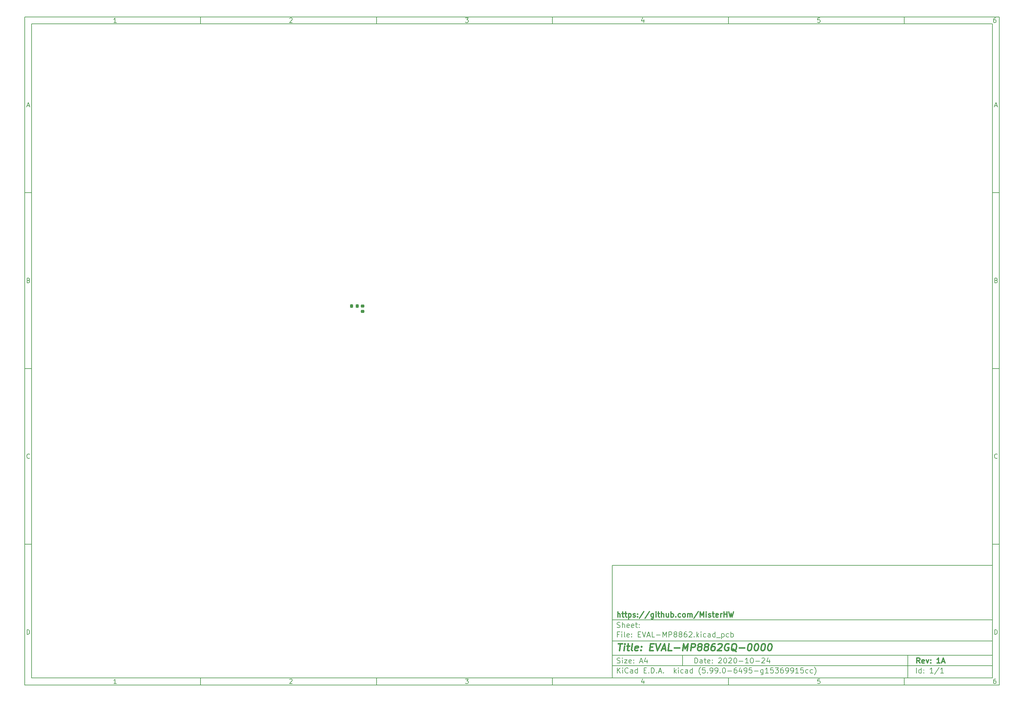
<source format=gbr>
G04 #@! TF.GenerationSoftware,KiCad,Pcbnew,(5.99.0-6495-g15369915cc)*
G04 #@! TF.CreationDate,2020-10-24T18:43:56+02:00*
G04 #@! TF.ProjectId,EVAL-MP8862,4556414c-2d4d-4503-9838-36322e6b6963,1A*
G04 #@! TF.SameCoordinates,Original*
G04 #@! TF.FileFunction,Paste,Bot*
G04 #@! TF.FilePolarity,Positive*
%FSLAX46Y46*%
G04 Gerber Fmt 4.6, Leading zero omitted, Abs format (unit mm)*
G04 Created by KiCad (PCBNEW (5.99.0-6495-g15369915cc)) date 2020-10-24 18:43:56*
%MOMM*%
%LPD*%
G01*
G04 APERTURE LIST*
G04 Aperture macros list*
%AMRoundRect*
0 Rectangle with rounded corners*
0 $1 Rounding radius*
0 $2 $3 $4 $5 $6 $7 $8 $9 X,Y pos of 4 corners*
0 Add a 4 corners polygon primitive as box body*
4,1,4,$2,$3,$4,$5,$6,$7,$8,$9,$2,$3,0*
0 Add four circle primitives for the rounded corners*
1,1,$1+$1,$2,$3,0*
1,1,$1+$1,$4,$5,0*
1,1,$1+$1,$6,$7,0*
1,1,$1+$1,$8,$9,0*
0 Add four rect primitives between the rounded corners*
20,1,$1+$1,$2,$3,$4,$5,0*
20,1,$1+$1,$4,$5,$6,$7,0*
20,1,$1+$1,$6,$7,$8,$9,0*
20,1,$1+$1,$8,$9,$2,$3,0*%
G04 Aperture macros list end*
%ADD10C,0.100000*%
%ADD11C,0.150000*%
%ADD12C,0.300000*%
%ADD13C,0.400000*%
%ADD14RoundRect,0.218750X0.218750X0.256250X-0.218750X0.256250X-0.218750X-0.256250X0.218750X-0.256250X0*%
%ADD15RoundRect,0.218750X0.256250X-0.218750X0.256250X0.218750X-0.256250X0.218750X-0.256250X-0.218750X0*%
G04 APERTURE END LIST*
D10*
D11*
X177002200Y-166007200D02*
X177002200Y-198007200D01*
X285002200Y-198007200D01*
X285002200Y-166007200D01*
X177002200Y-166007200D01*
D10*
D11*
X10000000Y-10000000D02*
X10000000Y-200007200D01*
X287002200Y-200007200D01*
X287002200Y-10000000D01*
X10000000Y-10000000D01*
D10*
D11*
X12000000Y-12000000D02*
X12000000Y-198007200D01*
X285002200Y-198007200D01*
X285002200Y-12000000D01*
X12000000Y-12000000D01*
D10*
D11*
X60000000Y-12000000D02*
X60000000Y-10000000D01*
D10*
D11*
X110000000Y-12000000D02*
X110000000Y-10000000D01*
D10*
D11*
X160000000Y-12000000D02*
X160000000Y-10000000D01*
D10*
D11*
X210000000Y-12000000D02*
X210000000Y-10000000D01*
D10*
D11*
X260000000Y-12000000D02*
X260000000Y-10000000D01*
D10*
D11*
X36065476Y-11588095D02*
X35322619Y-11588095D01*
X35694047Y-11588095D02*
X35694047Y-10288095D01*
X35570238Y-10473809D01*
X35446428Y-10597619D01*
X35322619Y-10659523D01*
D10*
D11*
X85322619Y-10411904D02*
X85384523Y-10350000D01*
X85508333Y-10288095D01*
X85817857Y-10288095D01*
X85941666Y-10350000D01*
X86003571Y-10411904D01*
X86065476Y-10535714D01*
X86065476Y-10659523D01*
X86003571Y-10845238D01*
X85260714Y-11588095D01*
X86065476Y-11588095D01*
D10*
D11*
X135260714Y-10288095D02*
X136065476Y-10288095D01*
X135632142Y-10783333D01*
X135817857Y-10783333D01*
X135941666Y-10845238D01*
X136003571Y-10907142D01*
X136065476Y-11030952D01*
X136065476Y-11340476D01*
X136003571Y-11464285D01*
X135941666Y-11526190D01*
X135817857Y-11588095D01*
X135446428Y-11588095D01*
X135322619Y-11526190D01*
X135260714Y-11464285D01*
D10*
D11*
X185941666Y-10721428D02*
X185941666Y-11588095D01*
X185632142Y-10226190D02*
X185322619Y-11154761D01*
X186127380Y-11154761D01*
D10*
D11*
X236003571Y-10288095D02*
X235384523Y-10288095D01*
X235322619Y-10907142D01*
X235384523Y-10845238D01*
X235508333Y-10783333D01*
X235817857Y-10783333D01*
X235941666Y-10845238D01*
X236003571Y-10907142D01*
X236065476Y-11030952D01*
X236065476Y-11340476D01*
X236003571Y-11464285D01*
X235941666Y-11526190D01*
X235817857Y-11588095D01*
X235508333Y-11588095D01*
X235384523Y-11526190D01*
X235322619Y-11464285D01*
D10*
D11*
X285941666Y-10288095D02*
X285694047Y-10288095D01*
X285570238Y-10350000D01*
X285508333Y-10411904D01*
X285384523Y-10597619D01*
X285322619Y-10845238D01*
X285322619Y-11340476D01*
X285384523Y-11464285D01*
X285446428Y-11526190D01*
X285570238Y-11588095D01*
X285817857Y-11588095D01*
X285941666Y-11526190D01*
X286003571Y-11464285D01*
X286065476Y-11340476D01*
X286065476Y-11030952D01*
X286003571Y-10907142D01*
X285941666Y-10845238D01*
X285817857Y-10783333D01*
X285570238Y-10783333D01*
X285446428Y-10845238D01*
X285384523Y-10907142D01*
X285322619Y-11030952D01*
D10*
D11*
X60000000Y-198007200D02*
X60000000Y-200007200D01*
D10*
D11*
X110000000Y-198007200D02*
X110000000Y-200007200D01*
D10*
D11*
X160000000Y-198007200D02*
X160000000Y-200007200D01*
D10*
D11*
X210000000Y-198007200D02*
X210000000Y-200007200D01*
D10*
D11*
X260000000Y-198007200D02*
X260000000Y-200007200D01*
D10*
D11*
X36065476Y-199595295D02*
X35322619Y-199595295D01*
X35694047Y-199595295D02*
X35694047Y-198295295D01*
X35570238Y-198481009D01*
X35446428Y-198604819D01*
X35322619Y-198666723D01*
D10*
D11*
X85322619Y-198419104D02*
X85384523Y-198357200D01*
X85508333Y-198295295D01*
X85817857Y-198295295D01*
X85941666Y-198357200D01*
X86003571Y-198419104D01*
X86065476Y-198542914D01*
X86065476Y-198666723D01*
X86003571Y-198852438D01*
X85260714Y-199595295D01*
X86065476Y-199595295D01*
D10*
D11*
X135260714Y-198295295D02*
X136065476Y-198295295D01*
X135632142Y-198790533D01*
X135817857Y-198790533D01*
X135941666Y-198852438D01*
X136003571Y-198914342D01*
X136065476Y-199038152D01*
X136065476Y-199347676D01*
X136003571Y-199471485D01*
X135941666Y-199533390D01*
X135817857Y-199595295D01*
X135446428Y-199595295D01*
X135322619Y-199533390D01*
X135260714Y-199471485D01*
D10*
D11*
X185941666Y-198728628D02*
X185941666Y-199595295D01*
X185632142Y-198233390D02*
X185322619Y-199161961D01*
X186127380Y-199161961D01*
D10*
D11*
X236003571Y-198295295D02*
X235384523Y-198295295D01*
X235322619Y-198914342D01*
X235384523Y-198852438D01*
X235508333Y-198790533D01*
X235817857Y-198790533D01*
X235941666Y-198852438D01*
X236003571Y-198914342D01*
X236065476Y-199038152D01*
X236065476Y-199347676D01*
X236003571Y-199471485D01*
X235941666Y-199533390D01*
X235817857Y-199595295D01*
X235508333Y-199595295D01*
X235384523Y-199533390D01*
X235322619Y-199471485D01*
D10*
D11*
X285941666Y-198295295D02*
X285694047Y-198295295D01*
X285570238Y-198357200D01*
X285508333Y-198419104D01*
X285384523Y-198604819D01*
X285322619Y-198852438D01*
X285322619Y-199347676D01*
X285384523Y-199471485D01*
X285446428Y-199533390D01*
X285570238Y-199595295D01*
X285817857Y-199595295D01*
X285941666Y-199533390D01*
X286003571Y-199471485D01*
X286065476Y-199347676D01*
X286065476Y-199038152D01*
X286003571Y-198914342D01*
X285941666Y-198852438D01*
X285817857Y-198790533D01*
X285570238Y-198790533D01*
X285446428Y-198852438D01*
X285384523Y-198914342D01*
X285322619Y-199038152D01*
D10*
D11*
X10000000Y-60000000D02*
X12000000Y-60000000D01*
D10*
D11*
X10000000Y-110000000D02*
X12000000Y-110000000D01*
D10*
D11*
X10000000Y-160000000D02*
X12000000Y-160000000D01*
D10*
D11*
X10690476Y-35216666D02*
X11309523Y-35216666D01*
X10566666Y-35588095D02*
X11000000Y-34288095D01*
X11433333Y-35588095D01*
D10*
D11*
X11092857Y-84907142D02*
X11278571Y-84969047D01*
X11340476Y-85030952D01*
X11402380Y-85154761D01*
X11402380Y-85340476D01*
X11340476Y-85464285D01*
X11278571Y-85526190D01*
X11154761Y-85588095D01*
X10659523Y-85588095D01*
X10659523Y-84288095D01*
X11092857Y-84288095D01*
X11216666Y-84350000D01*
X11278571Y-84411904D01*
X11340476Y-84535714D01*
X11340476Y-84659523D01*
X11278571Y-84783333D01*
X11216666Y-84845238D01*
X11092857Y-84907142D01*
X10659523Y-84907142D01*
D10*
D11*
X11402380Y-135464285D02*
X11340476Y-135526190D01*
X11154761Y-135588095D01*
X11030952Y-135588095D01*
X10845238Y-135526190D01*
X10721428Y-135402380D01*
X10659523Y-135278571D01*
X10597619Y-135030952D01*
X10597619Y-134845238D01*
X10659523Y-134597619D01*
X10721428Y-134473809D01*
X10845238Y-134350000D01*
X11030952Y-134288095D01*
X11154761Y-134288095D01*
X11340476Y-134350000D01*
X11402380Y-134411904D01*
D10*
D11*
X10659523Y-185588095D02*
X10659523Y-184288095D01*
X10969047Y-184288095D01*
X11154761Y-184350000D01*
X11278571Y-184473809D01*
X11340476Y-184597619D01*
X11402380Y-184845238D01*
X11402380Y-185030952D01*
X11340476Y-185278571D01*
X11278571Y-185402380D01*
X11154761Y-185526190D01*
X10969047Y-185588095D01*
X10659523Y-185588095D01*
D10*
D11*
X287002200Y-60000000D02*
X285002200Y-60000000D01*
D10*
D11*
X287002200Y-110000000D02*
X285002200Y-110000000D01*
D10*
D11*
X287002200Y-160000000D02*
X285002200Y-160000000D01*
D10*
D11*
X285692676Y-35216666D02*
X286311723Y-35216666D01*
X285568866Y-35588095D02*
X286002200Y-34288095D01*
X286435533Y-35588095D01*
D10*
D11*
X286095057Y-84907142D02*
X286280771Y-84969047D01*
X286342676Y-85030952D01*
X286404580Y-85154761D01*
X286404580Y-85340476D01*
X286342676Y-85464285D01*
X286280771Y-85526190D01*
X286156961Y-85588095D01*
X285661723Y-85588095D01*
X285661723Y-84288095D01*
X286095057Y-84288095D01*
X286218866Y-84350000D01*
X286280771Y-84411904D01*
X286342676Y-84535714D01*
X286342676Y-84659523D01*
X286280771Y-84783333D01*
X286218866Y-84845238D01*
X286095057Y-84907142D01*
X285661723Y-84907142D01*
D10*
D11*
X286404580Y-135464285D02*
X286342676Y-135526190D01*
X286156961Y-135588095D01*
X286033152Y-135588095D01*
X285847438Y-135526190D01*
X285723628Y-135402380D01*
X285661723Y-135278571D01*
X285599819Y-135030952D01*
X285599819Y-134845238D01*
X285661723Y-134597619D01*
X285723628Y-134473809D01*
X285847438Y-134350000D01*
X286033152Y-134288095D01*
X286156961Y-134288095D01*
X286342676Y-134350000D01*
X286404580Y-134411904D01*
D10*
D11*
X285661723Y-185588095D02*
X285661723Y-184288095D01*
X285971247Y-184288095D01*
X286156961Y-184350000D01*
X286280771Y-184473809D01*
X286342676Y-184597619D01*
X286404580Y-184845238D01*
X286404580Y-185030952D01*
X286342676Y-185278571D01*
X286280771Y-185402380D01*
X286156961Y-185526190D01*
X285971247Y-185588095D01*
X285661723Y-185588095D01*
D10*
D11*
X200434342Y-193785771D02*
X200434342Y-192285771D01*
X200791485Y-192285771D01*
X201005771Y-192357200D01*
X201148628Y-192500057D01*
X201220057Y-192642914D01*
X201291485Y-192928628D01*
X201291485Y-193142914D01*
X201220057Y-193428628D01*
X201148628Y-193571485D01*
X201005771Y-193714342D01*
X200791485Y-193785771D01*
X200434342Y-193785771D01*
X202577200Y-193785771D02*
X202577200Y-193000057D01*
X202505771Y-192857200D01*
X202362914Y-192785771D01*
X202077200Y-192785771D01*
X201934342Y-192857200D01*
X202577200Y-193714342D02*
X202434342Y-193785771D01*
X202077200Y-193785771D01*
X201934342Y-193714342D01*
X201862914Y-193571485D01*
X201862914Y-193428628D01*
X201934342Y-193285771D01*
X202077200Y-193214342D01*
X202434342Y-193214342D01*
X202577200Y-193142914D01*
X203077200Y-192785771D02*
X203648628Y-192785771D01*
X203291485Y-192285771D02*
X203291485Y-193571485D01*
X203362914Y-193714342D01*
X203505771Y-193785771D01*
X203648628Y-193785771D01*
X204720057Y-193714342D02*
X204577200Y-193785771D01*
X204291485Y-193785771D01*
X204148628Y-193714342D01*
X204077200Y-193571485D01*
X204077200Y-193000057D01*
X204148628Y-192857200D01*
X204291485Y-192785771D01*
X204577200Y-192785771D01*
X204720057Y-192857200D01*
X204791485Y-193000057D01*
X204791485Y-193142914D01*
X204077200Y-193285771D01*
X205434342Y-193642914D02*
X205505771Y-193714342D01*
X205434342Y-193785771D01*
X205362914Y-193714342D01*
X205434342Y-193642914D01*
X205434342Y-193785771D01*
X205434342Y-192857200D02*
X205505771Y-192928628D01*
X205434342Y-193000057D01*
X205362914Y-192928628D01*
X205434342Y-192857200D01*
X205434342Y-193000057D01*
X207220057Y-192428628D02*
X207291485Y-192357200D01*
X207434342Y-192285771D01*
X207791485Y-192285771D01*
X207934342Y-192357200D01*
X208005771Y-192428628D01*
X208077200Y-192571485D01*
X208077200Y-192714342D01*
X208005771Y-192928628D01*
X207148628Y-193785771D01*
X208077200Y-193785771D01*
X209005771Y-192285771D02*
X209148628Y-192285771D01*
X209291485Y-192357200D01*
X209362914Y-192428628D01*
X209434342Y-192571485D01*
X209505771Y-192857200D01*
X209505771Y-193214342D01*
X209434342Y-193500057D01*
X209362914Y-193642914D01*
X209291485Y-193714342D01*
X209148628Y-193785771D01*
X209005771Y-193785771D01*
X208862914Y-193714342D01*
X208791485Y-193642914D01*
X208720057Y-193500057D01*
X208648628Y-193214342D01*
X208648628Y-192857200D01*
X208720057Y-192571485D01*
X208791485Y-192428628D01*
X208862914Y-192357200D01*
X209005771Y-192285771D01*
X210077200Y-192428628D02*
X210148628Y-192357200D01*
X210291485Y-192285771D01*
X210648628Y-192285771D01*
X210791485Y-192357200D01*
X210862914Y-192428628D01*
X210934342Y-192571485D01*
X210934342Y-192714342D01*
X210862914Y-192928628D01*
X210005771Y-193785771D01*
X210934342Y-193785771D01*
X211862914Y-192285771D02*
X212005771Y-192285771D01*
X212148628Y-192357200D01*
X212220057Y-192428628D01*
X212291485Y-192571485D01*
X212362914Y-192857200D01*
X212362914Y-193214342D01*
X212291485Y-193500057D01*
X212220057Y-193642914D01*
X212148628Y-193714342D01*
X212005771Y-193785771D01*
X211862914Y-193785771D01*
X211720057Y-193714342D01*
X211648628Y-193642914D01*
X211577200Y-193500057D01*
X211505771Y-193214342D01*
X211505771Y-192857200D01*
X211577200Y-192571485D01*
X211648628Y-192428628D01*
X211720057Y-192357200D01*
X211862914Y-192285771D01*
X213005771Y-193214342D02*
X214148628Y-193214342D01*
X215648628Y-193785771D02*
X214791485Y-193785771D01*
X215220057Y-193785771D02*
X215220057Y-192285771D01*
X215077200Y-192500057D01*
X214934342Y-192642914D01*
X214791485Y-192714342D01*
X216577200Y-192285771D02*
X216720057Y-192285771D01*
X216862914Y-192357200D01*
X216934342Y-192428628D01*
X217005771Y-192571485D01*
X217077200Y-192857200D01*
X217077200Y-193214342D01*
X217005771Y-193500057D01*
X216934342Y-193642914D01*
X216862914Y-193714342D01*
X216720057Y-193785771D01*
X216577200Y-193785771D01*
X216434342Y-193714342D01*
X216362914Y-193642914D01*
X216291485Y-193500057D01*
X216220057Y-193214342D01*
X216220057Y-192857200D01*
X216291485Y-192571485D01*
X216362914Y-192428628D01*
X216434342Y-192357200D01*
X216577200Y-192285771D01*
X217720057Y-193214342D02*
X218862914Y-193214342D01*
X219505771Y-192428628D02*
X219577200Y-192357200D01*
X219720057Y-192285771D01*
X220077200Y-192285771D01*
X220220057Y-192357200D01*
X220291485Y-192428628D01*
X220362914Y-192571485D01*
X220362914Y-192714342D01*
X220291485Y-192928628D01*
X219434342Y-193785771D01*
X220362914Y-193785771D01*
X221648628Y-192785771D02*
X221648628Y-193785771D01*
X221291485Y-192214342D02*
X220934342Y-193285771D01*
X221862914Y-193285771D01*
D10*
D11*
X177002200Y-194507200D02*
X285002200Y-194507200D01*
D10*
D11*
X178434342Y-196585771D02*
X178434342Y-195085771D01*
X179291485Y-196585771D02*
X178648628Y-195728628D01*
X179291485Y-195085771D02*
X178434342Y-195942914D01*
X179934342Y-196585771D02*
X179934342Y-195585771D01*
X179934342Y-195085771D02*
X179862914Y-195157200D01*
X179934342Y-195228628D01*
X180005771Y-195157200D01*
X179934342Y-195085771D01*
X179934342Y-195228628D01*
X181505771Y-196442914D02*
X181434342Y-196514342D01*
X181220057Y-196585771D01*
X181077200Y-196585771D01*
X180862914Y-196514342D01*
X180720057Y-196371485D01*
X180648628Y-196228628D01*
X180577200Y-195942914D01*
X180577200Y-195728628D01*
X180648628Y-195442914D01*
X180720057Y-195300057D01*
X180862914Y-195157200D01*
X181077200Y-195085771D01*
X181220057Y-195085771D01*
X181434342Y-195157200D01*
X181505771Y-195228628D01*
X182791485Y-196585771D02*
X182791485Y-195800057D01*
X182720057Y-195657200D01*
X182577200Y-195585771D01*
X182291485Y-195585771D01*
X182148628Y-195657200D01*
X182791485Y-196514342D02*
X182648628Y-196585771D01*
X182291485Y-196585771D01*
X182148628Y-196514342D01*
X182077200Y-196371485D01*
X182077200Y-196228628D01*
X182148628Y-196085771D01*
X182291485Y-196014342D01*
X182648628Y-196014342D01*
X182791485Y-195942914D01*
X184148628Y-196585771D02*
X184148628Y-195085771D01*
X184148628Y-196514342D02*
X184005771Y-196585771D01*
X183720057Y-196585771D01*
X183577200Y-196514342D01*
X183505771Y-196442914D01*
X183434342Y-196300057D01*
X183434342Y-195871485D01*
X183505771Y-195728628D01*
X183577200Y-195657200D01*
X183720057Y-195585771D01*
X184005771Y-195585771D01*
X184148628Y-195657200D01*
X186005771Y-195800057D02*
X186505771Y-195800057D01*
X186720057Y-196585771D02*
X186005771Y-196585771D01*
X186005771Y-195085771D01*
X186720057Y-195085771D01*
X187362914Y-196442914D02*
X187434342Y-196514342D01*
X187362914Y-196585771D01*
X187291485Y-196514342D01*
X187362914Y-196442914D01*
X187362914Y-196585771D01*
X188077200Y-196585771D02*
X188077200Y-195085771D01*
X188434342Y-195085771D01*
X188648628Y-195157200D01*
X188791485Y-195300057D01*
X188862914Y-195442914D01*
X188934342Y-195728628D01*
X188934342Y-195942914D01*
X188862914Y-196228628D01*
X188791485Y-196371485D01*
X188648628Y-196514342D01*
X188434342Y-196585771D01*
X188077200Y-196585771D01*
X189577200Y-196442914D02*
X189648628Y-196514342D01*
X189577200Y-196585771D01*
X189505771Y-196514342D01*
X189577200Y-196442914D01*
X189577200Y-196585771D01*
X190220057Y-196157200D02*
X190934342Y-196157200D01*
X190077200Y-196585771D02*
X190577200Y-195085771D01*
X191077200Y-196585771D01*
X191577200Y-196442914D02*
X191648628Y-196514342D01*
X191577200Y-196585771D01*
X191505771Y-196514342D01*
X191577200Y-196442914D01*
X191577200Y-196585771D01*
X194577200Y-196585771D02*
X194577200Y-195085771D01*
X194720057Y-196014342D02*
X195148628Y-196585771D01*
X195148628Y-195585771D02*
X194577200Y-196157200D01*
X195791485Y-196585771D02*
X195791485Y-195585771D01*
X195791485Y-195085771D02*
X195720057Y-195157200D01*
X195791485Y-195228628D01*
X195862914Y-195157200D01*
X195791485Y-195085771D01*
X195791485Y-195228628D01*
X197148628Y-196514342D02*
X197005771Y-196585771D01*
X196720057Y-196585771D01*
X196577200Y-196514342D01*
X196505771Y-196442914D01*
X196434342Y-196300057D01*
X196434342Y-195871485D01*
X196505771Y-195728628D01*
X196577200Y-195657200D01*
X196720057Y-195585771D01*
X197005771Y-195585771D01*
X197148628Y-195657200D01*
X198434342Y-196585771D02*
X198434342Y-195800057D01*
X198362914Y-195657200D01*
X198220057Y-195585771D01*
X197934342Y-195585771D01*
X197791485Y-195657200D01*
X198434342Y-196514342D02*
X198291485Y-196585771D01*
X197934342Y-196585771D01*
X197791485Y-196514342D01*
X197720057Y-196371485D01*
X197720057Y-196228628D01*
X197791485Y-196085771D01*
X197934342Y-196014342D01*
X198291485Y-196014342D01*
X198434342Y-195942914D01*
X199791485Y-196585771D02*
X199791485Y-195085771D01*
X199791485Y-196514342D02*
X199648628Y-196585771D01*
X199362914Y-196585771D01*
X199220057Y-196514342D01*
X199148628Y-196442914D01*
X199077200Y-196300057D01*
X199077200Y-195871485D01*
X199148628Y-195728628D01*
X199220057Y-195657200D01*
X199362914Y-195585771D01*
X199648628Y-195585771D01*
X199791485Y-195657200D01*
X202077200Y-197157200D02*
X202005771Y-197085771D01*
X201862914Y-196871485D01*
X201791485Y-196728628D01*
X201720057Y-196514342D01*
X201648628Y-196157200D01*
X201648628Y-195871485D01*
X201720057Y-195514342D01*
X201791485Y-195300057D01*
X201862914Y-195157200D01*
X202005771Y-194942914D01*
X202077200Y-194871485D01*
X203362914Y-195085771D02*
X202648628Y-195085771D01*
X202577200Y-195800057D01*
X202648628Y-195728628D01*
X202791485Y-195657200D01*
X203148628Y-195657200D01*
X203291485Y-195728628D01*
X203362914Y-195800057D01*
X203434342Y-195942914D01*
X203434342Y-196300057D01*
X203362914Y-196442914D01*
X203291485Y-196514342D01*
X203148628Y-196585771D01*
X202791485Y-196585771D01*
X202648628Y-196514342D01*
X202577200Y-196442914D01*
X204077200Y-196442914D02*
X204148628Y-196514342D01*
X204077200Y-196585771D01*
X204005771Y-196514342D01*
X204077200Y-196442914D01*
X204077200Y-196585771D01*
X204862914Y-196585771D02*
X205148628Y-196585771D01*
X205291485Y-196514342D01*
X205362914Y-196442914D01*
X205505771Y-196228628D01*
X205577200Y-195942914D01*
X205577200Y-195371485D01*
X205505771Y-195228628D01*
X205434342Y-195157200D01*
X205291485Y-195085771D01*
X205005771Y-195085771D01*
X204862914Y-195157200D01*
X204791485Y-195228628D01*
X204720057Y-195371485D01*
X204720057Y-195728628D01*
X204791485Y-195871485D01*
X204862914Y-195942914D01*
X205005771Y-196014342D01*
X205291485Y-196014342D01*
X205434342Y-195942914D01*
X205505771Y-195871485D01*
X205577200Y-195728628D01*
X206291485Y-196585771D02*
X206577200Y-196585771D01*
X206720057Y-196514342D01*
X206791485Y-196442914D01*
X206934342Y-196228628D01*
X207005771Y-195942914D01*
X207005771Y-195371485D01*
X206934342Y-195228628D01*
X206862914Y-195157200D01*
X206720057Y-195085771D01*
X206434342Y-195085771D01*
X206291485Y-195157200D01*
X206220057Y-195228628D01*
X206148628Y-195371485D01*
X206148628Y-195728628D01*
X206220057Y-195871485D01*
X206291485Y-195942914D01*
X206434342Y-196014342D01*
X206720057Y-196014342D01*
X206862914Y-195942914D01*
X206934342Y-195871485D01*
X207005771Y-195728628D01*
X207648628Y-196442914D02*
X207720057Y-196514342D01*
X207648628Y-196585771D01*
X207577200Y-196514342D01*
X207648628Y-196442914D01*
X207648628Y-196585771D01*
X208648628Y-195085771D02*
X208791485Y-195085771D01*
X208934342Y-195157200D01*
X209005771Y-195228628D01*
X209077200Y-195371485D01*
X209148628Y-195657200D01*
X209148628Y-196014342D01*
X209077200Y-196300057D01*
X209005771Y-196442914D01*
X208934342Y-196514342D01*
X208791485Y-196585771D01*
X208648628Y-196585771D01*
X208505771Y-196514342D01*
X208434342Y-196442914D01*
X208362914Y-196300057D01*
X208291485Y-196014342D01*
X208291485Y-195657200D01*
X208362914Y-195371485D01*
X208434342Y-195228628D01*
X208505771Y-195157200D01*
X208648628Y-195085771D01*
X209791485Y-196014342D02*
X210934342Y-196014342D01*
X212291485Y-195085771D02*
X212005771Y-195085771D01*
X211862914Y-195157200D01*
X211791485Y-195228628D01*
X211648628Y-195442914D01*
X211577200Y-195728628D01*
X211577200Y-196300057D01*
X211648628Y-196442914D01*
X211720057Y-196514342D01*
X211862914Y-196585771D01*
X212148628Y-196585771D01*
X212291485Y-196514342D01*
X212362914Y-196442914D01*
X212434342Y-196300057D01*
X212434342Y-195942914D01*
X212362914Y-195800057D01*
X212291485Y-195728628D01*
X212148628Y-195657200D01*
X211862914Y-195657200D01*
X211720057Y-195728628D01*
X211648628Y-195800057D01*
X211577200Y-195942914D01*
X213720057Y-195585771D02*
X213720057Y-196585771D01*
X213362914Y-195014342D02*
X213005771Y-196085771D01*
X213934342Y-196085771D01*
X214577200Y-196585771D02*
X214862914Y-196585771D01*
X215005771Y-196514342D01*
X215077200Y-196442914D01*
X215220057Y-196228628D01*
X215291485Y-195942914D01*
X215291485Y-195371485D01*
X215220057Y-195228628D01*
X215148628Y-195157200D01*
X215005771Y-195085771D01*
X214720057Y-195085771D01*
X214577200Y-195157200D01*
X214505771Y-195228628D01*
X214434342Y-195371485D01*
X214434342Y-195728628D01*
X214505771Y-195871485D01*
X214577200Y-195942914D01*
X214720057Y-196014342D01*
X215005771Y-196014342D01*
X215148628Y-195942914D01*
X215220057Y-195871485D01*
X215291485Y-195728628D01*
X216648628Y-195085771D02*
X215934342Y-195085771D01*
X215862914Y-195800057D01*
X215934342Y-195728628D01*
X216077200Y-195657200D01*
X216434342Y-195657200D01*
X216577200Y-195728628D01*
X216648628Y-195800057D01*
X216720057Y-195942914D01*
X216720057Y-196300057D01*
X216648628Y-196442914D01*
X216577200Y-196514342D01*
X216434342Y-196585771D01*
X216077200Y-196585771D01*
X215934342Y-196514342D01*
X215862914Y-196442914D01*
X217362914Y-196014342D02*
X218505771Y-196014342D01*
X219862914Y-195585771D02*
X219862914Y-196800057D01*
X219791485Y-196942914D01*
X219720057Y-197014342D01*
X219577200Y-197085771D01*
X219362914Y-197085771D01*
X219220057Y-197014342D01*
X219862914Y-196514342D02*
X219720057Y-196585771D01*
X219434342Y-196585771D01*
X219291485Y-196514342D01*
X219220057Y-196442914D01*
X219148628Y-196300057D01*
X219148628Y-195871485D01*
X219220057Y-195728628D01*
X219291485Y-195657200D01*
X219434342Y-195585771D01*
X219720057Y-195585771D01*
X219862914Y-195657200D01*
X221362914Y-196585771D02*
X220505771Y-196585771D01*
X220934342Y-196585771D02*
X220934342Y-195085771D01*
X220791485Y-195300057D01*
X220648628Y-195442914D01*
X220505771Y-195514342D01*
X222720057Y-195085771D02*
X222005771Y-195085771D01*
X221934342Y-195800057D01*
X222005771Y-195728628D01*
X222148628Y-195657200D01*
X222505771Y-195657200D01*
X222648628Y-195728628D01*
X222720057Y-195800057D01*
X222791485Y-195942914D01*
X222791485Y-196300057D01*
X222720057Y-196442914D01*
X222648628Y-196514342D01*
X222505771Y-196585771D01*
X222148628Y-196585771D01*
X222005771Y-196514342D01*
X221934342Y-196442914D01*
X223291485Y-195085771D02*
X224220057Y-195085771D01*
X223720057Y-195657200D01*
X223934342Y-195657200D01*
X224077200Y-195728628D01*
X224148628Y-195800057D01*
X224220057Y-195942914D01*
X224220057Y-196300057D01*
X224148628Y-196442914D01*
X224077200Y-196514342D01*
X223934342Y-196585771D01*
X223505771Y-196585771D01*
X223362914Y-196514342D01*
X223291485Y-196442914D01*
X225505771Y-195085771D02*
X225220057Y-195085771D01*
X225077200Y-195157200D01*
X225005771Y-195228628D01*
X224862914Y-195442914D01*
X224791485Y-195728628D01*
X224791485Y-196300057D01*
X224862914Y-196442914D01*
X224934342Y-196514342D01*
X225077200Y-196585771D01*
X225362914Y-196585771D01*
X225505771Y-196514342D01*
X225577200Y-196442914D01*
X225648628Y-196300057D01*
X225648628Y-195942914D01*
X225577200Y-195800057D01*
X225505771Y-195728628D01*
X225362914Y-195657200D01*
X225077200Y-195657200D01*
X224934342Y-195728628D01*
X224862914Y-195800057D01*
X224791485Y-195942914D01*
X226362914Y-196585771D02*
X226648628Y-196585771D01*
X226791485Y-196514342D01*
X226862914Y-196442914D01*
X227005771Y-196228628D01*
X227077199Y-195942914D01*
X227077199Y-195371485D01*
X227005771Y-195228628D01*
X226934342Y-195157200D01*
X226791485Y-195085771D01*
X226505771Y-195085771D01*
X226362914Y-195157200D01*
X226291485Y-195228628D01*
X226220057Y-195371485D01*
X226220057Y-195728628D01*
X226291485Y-195871485D01*
X226362914Y-195942914D01*
X226505771Y-196014342D01*
X226791485Y-196014342D01*
X226934342Y-195942914D01*
X227005771Y-195871485D01*
X227077199Y-195728628D01*
X227791485Y-196585771D02*
X228077199Y-196585771D01*
X228220057Y-196514342D01*
X228291485Y-196442914D01*
X228434342Y-196228628D01*
X228505771Y-195942914D01*
X228505771Y-195371485D01*
X228434342Y-195228628D01*
X228362914Y-195157200D01*
X228220057Y-195085771D01*
X227934342Y-195085771D01*
X227791485Y-195157200D01*
X227720057Y-195228628D01*
X227648628Y-195371485D01*
X227648628Y-195728628D01*
X227720057Y-195871485D01*
X227791485Y-195942914D01*
X227934342Y-196014342D01*
X228220057Y-196014342D01*
X228362914Y-195942914D01*
X228434342Y-195871485D01*
X228505771Y-195728628D01*
X229934342Y-196585771D02*
X229077199Y-196585771D01*
X229505771Y-196585771D02*
X229505771Y-195085771D01*
X229362914Y-195300057D01*
X229220057Y-195442914D01*
X229077199Y-195514342D01*
X231291485Y-195085771D02*
X230577199Y-195085771D01*
X230505771Y-195800057D01*
X230577199Y-195728628D01*
X230720057Y-195657200D01*
X231077199Y-195657200D01*
X231220057Y-195728628D01*
X231291485Y-195800057D01*
X231362914Y-195942914D01*
X231362914Y-196300057D01*
X231291485Y-196442914D01*
X231220057Y-196514342D01*
X231077199Y-196585771D01*
X230720057Y-196585771D01*
X230577199Y-196514342D01*
X230505771Y-196442914D01*
X232648628Y-196514342D02*
X232505771Y-196585771D01*
X232220057Y-196585771D01*
X232077199Y-196514342D01*
X232005771Y-196442914D01*
X231934342Y-196300057D01*
X231934342Y-195871485D01*
X232005771Y-195728628D01*
X232077199Y-195657200D01*
X232220057Y-195585771D01*
X232505771Y-195585771D01*
X232648628Y-195657200D01*
X233934342Y-196514342D02*
X233791485Y-196585771D01*
X233505771Y-196585771D01*
X233362914Y-196514342D01*
X233291485Y-196442914D01*
X233220057Y-196300057D01*
X233220057Y-195871485D01*
X233291485Y-195728628D01*
X233362914Y-195657200D01*
X233505771Y-195585771D01*
X233791485Y-195585771D01*
X233934342Y-195657200D01*
X234434342Y-197157200D02*
X234505771Y-197085771D01*
X234648628Y-196871485D01*
X234720057Y-196728628D01*
X234791485Y-196514342D01*
X234862914Y-196157200D01*
X234862914Y-195871485D01*
X234791485Y-195514342D01*
X234720057Y-195300057D01*
X234648628Y-195157200D01*
X234505771Y-194942914D01*
X234434342Y-194871485D01*
D10*
D11*
X177002200Y-191507200D02*
X285002200Y-191507200D01*
D10*
D12*
X264411485Y-193785771D02*
X263911485Y-193071485D01*
X263554342Y-193785771D02*
X263554342Y-192285771D01*
X264125771Y-192285771D01*
X264268628Y-192357200D01*
X264340057Y-192428628D01*
X264411485Y-192571485D01*
X264411485Y-192785771D01*
X264340057Y-192928628D01*
X264268628Y-193000057D01*
X264125771Y-193071485D01*
X263554342Y-193071485D01*
X265625771Y-193714342D02*
X265482914Y-193785771D01*
X265197200Y-193785771D01*
X265054342Y-193714342D01*
X264982914Y-193571485D01*
X264982914Y-193000057D01*
X265054342Y-192857200D01*
X265197200Y-192785771D01*
X265482914Y-192785771D01*
X265625771Y-192857200D01*
X265697200Y-193000057D01*
X265697200Y-193142914D01*
X264982914Y-193285771D01*
X266197200Y-192785771D02*
X266554342Y-193785771D01*
X266911485Y-192785771D01*
X267482914Y-193642914D02*
X267554342Y-193714342D01*
X267482914Y-193785771D01*
X267411485Y-193714342D01*
X267482914Y-193642914D01*
X267482914Y-193785771D01*
X267482914Y-192857200D02*
X267554342Y-192928628D01*
X267482914Y-193000057D01*
X267411485Y-192928628D01*
X267482914Y-192857200D01*
X267482914Y-193000057D01*
X270125771Y-193785771D02*
X269268628Y-193785771D01*
X269697200Y-193785771D02*
X269697200Y-192285771D01*
X269554342Y-192500057D01*
X269411485Y-192642914D01*
X269268628Y-192714342D01*
X270697200Y-193357200D02*
X271411485Y-193357200D01*
X270554342Y-193785771D02*
X271054342Y-192285771D01*
X271554342Y-193785771D01*
D10*
D11*
X178362914Y-193714342D02*
X178577200Y-193785771D01*
X178934342Y-193785771D01*
X179077200Y-193714342D01*
X179148628Y-193642914D01*
X179220057Y-193500057D01*
X179220057Y-193357200D01*
X179148628Y-193214342D01*
X179077200Y-193142914D01*
X178934342Y-193071485D01*
X178648628Y-193000057D01*
X178505771Y-192928628D01*
X178434342Y-192857200D01*
X178362914Y-192714342D01*
X178362914Y-192571485D01*
X178434342Y-192428628D01*
X178505771Y-192357200D01*
X178648628Y-192285771D01*
X179005771Y-192285771D01*
X179220057Y-192357200D01*
X179862914Y-193785771D02*
X179862914Y-192785771D01*
X179862914Y-192285771D02*
X179791485Y-192357200D01*
X179862914Y-192428628D01*
X179934342Y-192357200D01*
X179862914Y-192285771D01*
X179862914Y-192428628D01*
X180434342Y-192785771D02*
X181220057Y-192785771D01*
X180434342Y-193785771D01*
X181220057Y-193785771D01*
X182362914Y-193714342D02*
X182220057Y-193785771D01*
X181934342Y-193785771D01*
X181791485Y-193714342D01*
X181720057Y-193571485D01*
X181720057Y-193000057D01*
X181791485Y-192857200D01*
X181934342Y-192785771D01*
X182220057Y-192785771D01*
X182362914Y-192857200D01*
X182434342Y-193000057D01*
X182434342Y-193142914D01*
X181720057Y-193285771D01*
X183077200Y-193642914D02*
X183148628Y-193714342D01*
X183077200Y-193785771D01*
X183005771Y-193714342D01*
X183077200Y-193642914D01*
X183077200Y-193785771D01*
X183077200Y-192857200D02*
X183148628Y-192928628D01*
X183077200Y-193000057D01*
X183005771Y-192928628D01*
X183077200Y-192857200D01*
X183077200Y-193000057D01*
X184862914Y-193357200D02*
X185577200Y-193357200D01*
X184720057Y-193785771D02*
X185220057Y-192285771D01*
X185720057Y-193785771D01*
X186862914Y-192785771D02*
X186862914Y-193785771D01*
X186505771Y-192214342D02*
X186148628Y-193285771D01*
X187077200Y-193285771D01*
D10*
D11*
X263434342Y-196585771D02*
X263434342Y-195085771D01*
X264791485Y-196585771D02*
X264791485Y-195085771D01*
X264791485Y-196514342D02*
X264648628Y-196585771D01*
X264362914Y-196585771D01*
X264220057Y-196514342D01*
X264148628Y-196442914D01*
X264077200Y-196300057D01*
X264077200Y-195871485D01*
X264148628Y-195728628D01*
X264220057Y-195657200D01*
X264362914Y-195585771D01*
X264648628Y-195585771D01*
X264791485Y-195657200D01*
X265505771Y-196442914D02*
X265577200Y-196514342D01*
X265505771Y-196585771D01*
X265434342Y-196514342D01*
X265505771Y-196442914D01*
X265505771Y-196585771D01*
X265505771Y-195657200D02*
X265577200Y-195728628D01*
X265505771Y-195800057D01*
X265434342Y-195728628D01*
X265505771Y-195657200D01*
X265505771Y-195800057D01*
X268148628Y-196585771D02*
X267291485Y-196585771D01*
X267720057Y-196585771D02*
X267720057Y-195085771D01*
X267577200Y-195300057D01*
X267434342Y-195442914D01*
X267291485Y-195514342D01*
X269862914Y-195014342D02*
X268577200Y-196942914D01*
X271148628Y-196585771D02*
X270291485Y-196585771D01*
X270720057Y-196585771D02*
X270720057Y-195085771D01*
X270577200Y-195300057D01*
X270434342Y-195442914D01*
X270291485Y-195514342D01*
D10*
D11*
X177002200Y-187507200D02*
X285002200Y-187507200D01*
D10*
D13*
X178714580Y-188211961D02*
X179857438Y-188211961D01*
X179036009Y-190211961D02*
X179286009Y-188211961D01*
X180274104Y-190211961D02*
X180440771Y-188878628D01*
X180524104Y-188211961D02*
X180416961Y-188307200D01*
X180500295Y-188402438D01*
X180607438Y-188307200D01*
X180524104Y-188211961D01*
X180500295Y-188402438D01*
X181107438Y-188878628D02*
X181869342Y-188878628D01*
X181476485Y-188211961D02*
X181262200Y-189926247D01*
X181333628Y-190116723D01*
X181512200Y-190211961D01*
X181702676Y-190211961D01*
X182655057Y-190211961D02*
X182476485Y-190116723D01*
X182405057Y-189926247D01*
X182619342Y-188211961D01*
X184190771Y-190116723D02*
X183988390Y-190211961D01*
X183607438Y-190211961D01*
X183428866Y-190116723D01*
X183357438Y-189926247D01*
X183452676Y-189164342D01*
X183571723Y-188973866D01*
X183774104Y-188878628D01*
X184155057Y-188878628D01*
X184333628Y-188973866D01*
X184405057Y-189164342D01*
X184381247Y-189354819D01*
X183405057Y-189545295D01*
X185155057Y-190021485D02*
X185238390Y-190116723D01*
X185131247Y-190211961D01*
X185047914Y-190116723D01*
X185155057Y-190021485D01*
X185131247Y-190211961D01*
X185286009Y-188973866D02*
X185369342Y-189069104D01*
X185262200Y-189164342D01*
X185178866Y-189069104D01*
X185286009Y-188973866D01*
X185262200Y-189164342D01*
X187738390Y-189164342D02*
X188405057Y-189164342D01*
X188559819Y-190211961D02*
X187607438Y-190211961D01*
X187857438Y-188211961D01*
X188809819Y-188211961D01*
X189381247Y-188211961D02*
X189797914Y-190211961D01*
X190714580Y-188211961D01*
X191107438Y-189640533D02*
X192059819Y-189640533D01*
X190845533Y-190211961D02*
X191762200Y-188211961D01*
X192178866Y-190211961D01*
X193797914Y-190211961D02*
X192845533Y-190211961D01*
X193095533Y-188211961D01*
X194559819Y-189450057D02*
X196083628Y-189450057D01*
X196940771Y-190211961D02*
X197190771Y-188211961D01*
X197678866Y-189640533D01*
X198524104Y-188211961D01*
X198274104Y-190211961D01*
X199226485Y-190211961D02*
X199476485Y-188211961D01*
X200238390Y-188211961D01*
X200416961Y-188307200D01*
X200500295Y-188402438D01*
X200571723Y-188592914D01*
X200536009Y-188878628D01*
X200416961Y-189069104D01*
X200309819Y-189164342D01*
X200107438Y-189259580D01*
X199345533Y-189259580D01*
X201655057Y-189069104D02*
X201476485Y-188973866D01*
X201393152Y-188878628D01*
X201321723Y-188688152D01*
X201333628Y-188592914D01*
X201452676Y-188402438D01*
X201559819Y-188307200D01*
X201762200Y-188211961D01*
X202143152Y-188211961D01*
X202321723Y-188307200D01*
X202405057Y-188402438D01*
X202476485Y-188592914D01*
X202464580Y-188688152D01*
X202345533Y-188878628D01*
X202238390Y-188973866D01*
X202036009Y-189069104D01*
X201655057Y-189069104D01*
X201452676Y-189164342D01*
X201345533Y-189259580D01*
X201226485Y-189450057D01*
X201178866Y-189831009D01*
X201250295Y-190021485D01*
X201333628Y-190116723D01*
X201512200Y-190211961D01*
X201893152Y-190211961D01*
X202095533Y-190116723D01*
X202202676Y-190021485D01*
X202321723Y-189831009D01*
X202369342Y-189450057D01*
X202297914Y-189259580D01*
X202214580Y-189164342D01*
X202036009Y-189069104D01*
X203559819Y-189069104D02*
X203381247Y-188973866D01*
X203297914Y-188878628D01*
X203226485Y-188688152D01*
X203238390Y-188592914D01*
X203357438Y-188402438D01*
X203464580Y-188307200D01*
X203666961Y-188211961D01*
X204047914Y-188211961D01*
X204226485Y-188307200D01*
X204309819Y-188402438D01*
X204381247Y-188592914D01*
X204369342Y-188688152D01*
X204250295Y-188878628D01*
X204143152Y-188973866D01*
X203940771Y-189069104D01*
X203559819Y-189069104D01*
X203357438Y-189164342D01*
X203250295Y-189259580D01*
X203131247Y-189450057D01*
X203083628Y-189831009D01*
X203155057Y-190021485D01*
X203238390Y-190116723D01*
X203416961Y-190211961D01*
X203797914Y-190211961D01*
X204000295Y-190116723D01*
X204107438Y-190021485D01*
X204226485Y-189831009D01*
X204274104Y-189450057D01*
X204202676Y-189259580D01*
X204119342Y-189164342D01*
X203940771Y-189069104D01*
X206143152Y-188211961D02*
X205762200Y-188211961D01*
X205559819Y-188307200D01*
X205452676Y-188402438D01*
X205226485Y-188688152D01*
X205083628Y-189069104D01*
X204988390Y-189831009D01*
X205059819Y-190021485D01*
X205143152Y-190116723D01*
X205321723Y-190211961D01*
X205702676Y-190211961D01*
X205905057Y-190116723D01*
X206012200Y-190021485D01*
X206131247Y-189831009D01*
X206190771Y-189354819D01*
X206119342Y-189164342D01*
X206036009Y-189069104D01*
X205857438Y-188973866D01*
X205476485Y-188973866D01*
X205274104Y-189069104D01*
X205166961Y-189164342D01*
X205047914Y-189354819D01*
X207071723Y-188402438D02*
X207178866Y-188307200D01*
X207381247Y-188211961D01*
X207857438Y-188211961D01*
X208036009Y-188307200D01*
X208119342Y-188402438D01*
X208190771Y-188592914D01*
X208166961Y-188783390D01*
X208036009Y-189069104D01*
X206750295Y-190211961D01*
X207988390Y-190211961D01*
X210131247Y-188307200D02*
X209952676Y-188211961D01*
X209666961Y-188211961D01*
X209369342Y-188307200D01*
X209155057Y-188497676D01*
X209036009Y-188688152D01*
X208893152Y-189069104D01*
X208857438Y-189354819D01*
X208905057Y-189735771D01*
X208976485Y-189926247D01*
X209143152Y-190116723D01*
X209416961Y-190211961D01*
X209607438Y-190211961D01*
X209905057Y-190116723D01*
X210012200Y-190021485D01*
X210095533Y-189354819D01*
X209714580Y-189354819D01*
X212155057Y-190402438D02*
X211976485Y-190307200D01*
X211809819Y-190116723D01*
X211559819Y-189831009D01*
X211381247Y-189735771D01*
X211190771Y-189735771D01*
X211226485Y-190211961D02*
X211047914Y-190116723D01*
X210881247Y-189926247D01*
X210833628Y-189545295D01*
X210916961Y-188878628D01*
X211059819Y-188497676D01*
X211274104Y-188307200D01*
X211476485Y-188211961D01*
X211857438Y-188211961D01*
X212036009Y-188307200D01*
X212202676Y-188497676D01*
X212250295Y-188878628D01*
X212166961Y-189545295D01*
X212024104Y-189926247D01*
X211809819Y-190116723D01*
X211607438Y-190211961D01*
X211226485Y-190211961D01*
X213036009Y-189450057D02*
X214559819Y-189450057D01*
X216047914Y-188211961D02*
X216238390Y-188211961D01*
X216416961Y-188307200D01*
X216500295Y-188402438D01*
X216571723Y-188592914D01*
X216619342Y-188973866D01*
X216559819Y-189450057D01*
X216416961Y-189831009D01*
X216297914Y-190021485D01*
X216190771Y-190116723D01*
X215988390Y-190211961D01*
X215797914Y-190211961D01*
X215619342Y-190116723D01*
X215536009Y-190021485D01*
X215464580Y-189831009D01*
X215416961Y-189450057D01*
X215476485Y-188973866D01*
X215619342Y-188592914D01*
X215738390Y-188402438D01*
X215845533Y-188307200D01*
X216047914Y-188211961D01*
X217952676Y-188211961D02*
X218143152Y-188211961D01*
X218321723Y-188307200D01*
X218405057Y-188402438D01*
X218476485Y-188592914D01*
X218524104Y-188973866D01*
X218464580Y-189450057D01*
X218321723Y-189831009D01*
X218202676Y-190021485D01*
X218095533Y-190116723D01*
X217893152Y-190211961D01*
X217702676Y-190211961D01*
X217524104Y-190116723D01*
X217440771Y-190021485D01*
X217369342Y-189831009D01*
X217321723Y-189450057D01*
X217381247Y-188973866D01*
X217524104Y-188592914D01*
X217643152Y-188402438D01*
X217750295Y-188307200D01*
X217952676Y-188211961D01*
X219857438Y-188211961D02*
X220047914Y-188211961D01*
X220226485Y-188307200D01*
X220309819Y-188402438D01*
X220381247Y-188592914D01*
X220428866Y-188973866D01*
X220369342Y-189450057D01*
X220226485Y-189831009D01*
X220107438Y-190021485D01*
X220000295Y-190116723D01*
X219797914Y-190211961D01*
X219607438Y-190211961D01*
X219428866Y-190116723D01*
X219345533Y-190021485D01*
X219274104Y-189831009D01*
X219226485Y-189450057D01*
X219286009Y-188973866D01*
X219428866Y-188592914D01*
X219547914Y-188402438D01*
X219655057Y-188307200D01*
X219857438Y-188211961D01*
X221762200Y-188211961D02*
X221952676Y-188211961D01*
X222131247Y-188307200D01*
X222214580Y-188402438D01*
X222286009Y-188592914D01*
X222333628Y-188973866D01*
X222274104Y-189450057D01*
X222131247Y-189831009D01*
X222012200Y-190021485D01*
X221905057Y-190116723D01*
X221702676Y-190211961D01*
X221512200Y-190211961D01*
X221333628Y-190116723D01*
X221250295Y-190021485D01*
X221178866Y-189831009D01*
X221131247Y-189450057D01*
X221190771Y-188973866D01*
X221333628Y-188592914D01*
X221452676Y-188402438D01*
X221559819Y-188307200D01*
X221762200Y-188211961D01*
D10*
D11*
X178934342Y-185600057D02*
X178434342Y-185600057D01*
X178434342Y-186385771D02*
X178434342Y-184885771D01*
X179148628Y-184885771D01*
X179720057Y-186385771D02*
X179720057Y-185385771D01*
X179720057Y-184885771D02*
X179648628Y-184957200D01*
X179720057Y-185028628D01*
X179791485Y-184957200D01*
X179720057Y-184885771D01*
X179720057Y-185028628D01*
X180648628Y-186385771D02*
X180505771Y-186314342D01*
X180434342Y-186171485D01*
X180434342Y-184885771D01*
X181791485Y-186314342D02*
X181648628Y-186385771D01*
X181362914Y-186385771D01*
X181220057Y-186314342D01*
X181148628Y-186171485D01*
X181148628Y-185600057D01*
X181220057Y-185457200D01*
X181362914Y-185385771D01*
X181648628Y-185385771D01*
X181791485Y-185457200D01*
X181862914Y-185600057D01*
X181862914Y-185742914D01*
X181148628Y-185885771D01*
X182505771Y-186242914D02*
X182577200Y-186314342D01*
X182505771Y-186385771D01*
X182434342Y-186314342D01*
X182505771Y-186242914D01*
X182505771Y-186385771D01*
X182505771Y-185457200D02*
X182577200Y-185528628D01*
X182505771Y-185600057D01*
X182434342Y-185528628D01*
X182505771Y-185457200D01*
X182505771Y-185600057D01*
X184362914Y-185600057D02*
X184862914Y-185600057D01*
X185077200Y-186385771D02*
X184362914Y-186385771D01*
X184362914Y-184885771D01*
X185077200Y-184885771D01*
X185505771Y-184885771D02*
X186005771Y-186385771D01*
X186505771Y-184885771D01*
X186934342Y-185957200D02*
X187648628Y-185957200D01*
X186791485Y-186385771D02*
X187291485Y-184885771D01*
X187791485Y-186385771D01*
X189005771Y-186385771D02*
X188291485Y-186385771D01*
X188291485Y-184885771D01*
X189505771Y-185814342D02*
X190648628Y-185814342D01*
X191362914Y-186385771D02*
X191362914Y-184885771D01*
X191862914Y-185957200D01*
X192362914Y-184885771D01*
X192362914Y-186385771D01*
X193077200Y-186385771D02*
X193077200Y-184885771D01*
X193648628Y-184885771D01*
X193791485Y-184957200D01*
X193862914Y-185028628D01*
X193934342Y-185171485D01*
X193934342Y-185385771D01*
X193862914Y-185528628D01*
X193791485Y-185600057D01*
X193648628Y-185671485D01*
X193077200Y-185671485D01*
X194791485Y-185528628D02*
X194648628Y-185457200D01*
X194577200Y-185385771D01*
X194505771Y-185242914D01*
X194505771Y-185171485D01*
X194577200Y-185028628D01*
X194648628Y-184957200D01*
X194791485Y-184885771D01*
X195077200Y-184885771D01*
X195220057Y-184957200D01*
X195291485Y-185028628D01*
X195362914Y-185171485D01*
X195362914Y-185242914D01*
X195291485Y-185385771D01*
X195220057Y-185457200D01*
X195077200Y-185528628D01*
X194791485Y-185528628D01*
X194648628Y-185600057D01*
X194577200Y-185671485D01*
X194505771Y-185814342D01*
X194505771Y-186100057D01*
X194577200Y-186242914D01*
X194648628Y-186314342D01*
X194791485Y-186385771D01*
X195077200Y-186385771D01*
X195220057Y-186314342D01*
X195291485Y-186242914D01*
X195362914Y-186100057D01*
X195362914Y-185814342D01*
X195291485Y-185671485D01*
X195220057Y-185600057D01*
X195077200Y-185528628D01*
X196220057Y-185528628D02*
X196077200Y-185457200D01*
X196005771Y-185385771D01*
X195934342Y-185242914D01*
X195934342Y-185171485D01*
X196005771Y-185028628D01*
X196077200Y-184957200D01*
X196220057Y-184885771D01*
X196505771Y-184885771D01*
X196648628Y-184957200D01*
X196720057Y-185028628D01*
X196791485Y-185171485D01*
X196791485Y-185242914D01*
X196720057Y-185385771D01*
X196648628Y-185457200D01*
X196505771Y-185528628D01*
X196220057Y-185528628D01*
X196077200Y-185600057D01*
X196005771Y-185671485D01*
X195934342Y-185814342D01*
X195934342Y-186100057D01*
X196005771Y-186242914D01*
X196077200Y-186314342D01*
X196220057Y-186385771D01*
X196505771Y-186385771D01*
X196648628Y-186314342D01*
X196720057Y-186242914D01*
X196791485Y-186100057D01*
X196791485Y-185814342D01*
X196720057Y-185671485D01*
X196648628Y-185600057D01*
X196505771Y-185528628D01*
X198077200Y-184885771D02*
X197791485Y-184885771D01*
X197648628Y-184957200D01*
X197577200Y-185028628D01*
X197434342Y-185242914D01*
X197362914Y-185528628D01*
X197362914Y-186100057D01*
X197434342Y-186242914D01*
X197505771Y-186314342D01*
X197648628Y-186385771D01*
X197934342Y-186385771D01*
X198077200Y-186314342D01*
X198148628Y-186242914D01*
X198220057Y-186100057D01*
X198220057Y-185742914D01*
X198148628Y-185600057D01*
X198077200Y-185528628D01*
X197934342Y-185457200D01*
X197648628Y-185457200D01*
X197505771Y-185528628D01*
X197434342Y-185600057D01*
X197362914Y-185742914D01*
X198791485Y-185028628D02*
X198862914Y-184957200D01*
X199005771Y-184885771D01*
X199362914Y-184885771D01*
X199505771Y-184957200D01*
X199577200Y-185028628D01*
X199648628Y-185171485D01*
X199648628Y-185314342D01*
X199577200Y-185528628D01*
X198720057Y-186385771D01*
X199648628Y-186385771D01*
X200291485Y-186242914D02*
X200362914Y-186314342D01*
X200291485Y-186385771D01*
X200220057Y-186314342D01*
X200291485Y-186242914D01*
X200291485Y-186385771D01*
X201005771Y-186385771D02*
X201005771Y-184885771D01*
X201148628Y-185814342D02*
X201577200Y-186385771D01*
X201577200Y-185385771D02*
X201005771Y-185957200D01*
X202220057Y-186385771D02*
X202220057Y-185385771D01*
X202220057Y-184885771D02*
X202148628Y-184957200D01*
X202220057Y-185028628D01*
X202291485Y-184957200D01*
X202220057Y-184885771D01*
X202220057Y-185028628D01*
X203577200Y-186314342D02*
X203434342Y-186385771D01*
X203148628Y-186385771D01*
X203005771Y-186314342D01*
X202934342Y-186242914D01*
X202862914Y-186100057D01*
X202862914Y-185671485D01*
X202934342Y-185528628D01*
X203005771Y-185457200D01*
X203148628Y-185385771D01*
X203434342Y-185385771D01*
X203577200Y-185457200D01*
X204862914Y-186385771D02*
X204862914Y-185600057D01*
X204791485Y-185457200D01*
X204648628Y-185385771D01*
X204362914Y-185385771D01*
X204220057Y-185457200D01*
X204862914Y-186314342D02*
X204720057Y-186385771D01*
X204362914Y-186385771D01*
X204220057Y-186314342D01*
X204148628Y-186171485D01*
X204148628Y-186028628D01*
X204220057Y-185885771D01*
X204362914Y-185814342D01*
X204720057Y-185814342D01*
X204862914Y-185742914D01*
X206220057Y-186385771D02*
X206220057Y-184885771D01*
X206220057Y-186314342D02*
X206077200Y-186385771D01*
X205791485Y-186385771D01*
X205648628Y-186314342D01*
X205577200Y-186242914D01*
X205505771Y-186100057D01*
X205505771Y-185671485D01*
X205577200Y-185528628D01*
X205648628Y-185457200D01*
X205791485Y-185385771D01*
X206077200Y-185385771D01*
X206220057Y-185457200D01*
X206577200Y-186528628D02*
X207720057Y-186528628D01*
X208077200Y-185385771D02*
X208077200Y-186885771D01*
X208077200Y-185457200D02*
X208220057Y-185385771D01*
X208505771Y-185385771D01*
X208648628Y-185457200D01*
X208720057Y-185528628D01*
X208791485Y-185671485D01*
X208791485Y-186100057D01*
X208720057Y-186242914D01*
X208648628Y-186314342D01*
X208505771Y-186385771D01*
X208220057Y-186385771D01*
X208077200Y-186314342D01*
X210077200Y-186314342D02*
X209934342Y-186385771D01*
X209648628Y-186385771D01*
X209505771Y-186314342D01*
X209434342Y-186242914D01*
X209362914Y-186100057D01*
X209362914Y-185671485D01*
X209434342Y-185528628D01*
X209505771Y-185457200D01*
X209648628Y-185385771D01*
X209934342Y-185385771D01*
X210077200Y-185457200D01*
X210720057Y-186385771D02*
X210720057Y-184885771D01*
X210720057Y-185457200D02*
X210862914Y-185385771D01*
X211148628Y-185385771D01*
X211291485Y-185457200D01*
X211362914Y-185528628D01*
X211434342Y-185671485D01*
X211434342Y-186100057D01*
X211362914Y-186242914D01*
X211291485Y-186314342D01*
X211148628Y-186385771D01*
X210862914Y-186385771D01*
X210720057Y-186314342D01*
D10*
D11*
X177002200Y-181507200D02*
X285002200Y-181507200D01*
D10*
D11*
X178362914Y-183614342D02*
X178577200Y-183685771D01*
X178934342Y-183685771D01*
X179077200Y-183614342D01*
X179148628Y-183542914D01*
X179220057Y-183400057D01*
X179220057Y-183257200D01*
X179148628Y-183114342D01*
X179077200Y-183042914D01*
X178934342Y-182971485D01*
X178648628Y-182900057D01*
X178505771Y-182828628D01*
X178434342Y-182757200D01*
X178362914Y-182614342D01*
X178362914Y-182471485D01*
X178434342Y-182328628D01*
X178505771Y-182257200D01*
X178648628Y-182185771D01*
X179005771Y-182185771D01*
X179220057Y-182257200D01*
X179862914Y-183685771D02*
X179862914Y-182185771D01*
X180505771Y-183685771D02*
X180505771Y-182900057D01*
X180434342Y-182757200D01*
X180291485Y-182685771D01*
X180077200Y-182685771D01*
X179934342Y-182757200D01*
X179862914Y-182828628D01*
X181791485Y-183614342D02*
X181648628Y-183685771D01*
X181362914Y-183685771D01*
X181220057Y-183614342D01*
X181148628Y-183471485D01*
X181148628Y-182900057D01*
X181220057Y-182757200D01*
X181362914Y-182685771D01*
X181648628Y-182685771D01*
X181791485Y-182757200D01*
X181862914Y-182900057D01*
X181862914Y-183042914D01*
X181148628Y-183185771D01*
X183077200Y-183614342D02*
X182934342Y-183685771D01*
X182648628Y-183685771D01*
X182505771Y-183614342D01*
X182434342Y-183471485D01*
X182434342Y-182900057D01*
X182505771Y-182757200D01*
X182648628Y-182685771D01*
X182934342Y-182685771D01*
X183077200Y-182757200D01*
X183148628Y-182900057D01*
X183148628Y-183042914D01*
X182434342Y-183185771D01*
X183577200Y-182685771D02*
X184148628Y-182685771D01*
X183791485Y-182185771D02*
X183791485Y-183471485D01*
X183862914Y-183614342D01*
X184005771Y-183685771D01*
X184148628Y-183685771D01*
X184648628Y-183542914D02*
X184720057Y-183614342D01*
X184648628Y-183685771D01*
X184577200Y-183614342D01*
X184648628Y-183542914D01*
X184648628Y-183685771D01*
X184648628Y-182757200D02*
X184720057Y-182828628D01*
X184648628Y-182900057D01*
X184577200Y-182828628D01*
X184648628Y-182757200D01*
X184648628Y-182900057D01*
D10*
D12*
X178554342Y-180685771D02*
X178554342Y-179185771D01*
X179197200Y-180685771D02*
X179197200Y-179900057D01*
X179125771Y-179757200D01*
X178982914Y-179685771D01*
X178768628Y-179685771D01*
X178625771Y-179757200D01*
X178554342Y-179828628D01*
X179697200Y-179685771D02*
X180268628Y-179685771D01*
X179911485Y-179185771D02*
X179911485Y-180471485D01*
X179982914Y-180614342D01*
X180125771Y-180685771D01*
X180268628Y-180685771D01*
X180554342Y-179685771D02*
X181125771Y-179685771D01*
X180768628Y-179185771D02*
X180768628Y-180471485D01*
X180840057Y-180614342D01*
X180982914Y-180685771D01*
X181125771Y-180685771D01*
X181625771Y-179685771D02*
X181625771Y-181185771D01*
X181625771Y-179757200D02*
X181768628Y-179685771D01*
X182054342Y-179685771D01*
X182197200Y-179757200D01*
X182268628Y-179828628D01*
X182340057Y-179971485D01*
X182340057Y-180400057D01*
X182268628Y-180542914D01*
X182197200Y-180614342D01*
X182054342Y-180685771D01*
X181768628Y-180685771D01*
X181625771Y-180614342D01*
X182911485Y-180614342D02*
X183054342Y-180685771D01*
X183340057Y-180685771D01*
X183482914Y-180614342D01*
X183554342Y-180471485D01*
X183554342Y-180400057D01*
X183482914Y-180257200D01*
X183340057Y-180185771D01*
X183125771Y-180185771D01*
X182982914Y-180114342D01*
X182911485Y-179971485D01*
X182911485Y-179900057D01*
X182982914Y-179757200D01*
X183125771Y-179685771D01*
X183340057Y-179685771D01*
X183482914Y-179757200D01*
X184197200Y-180542914D02*
X184268628Y-180614342D01*
X184197200Y-180685771D01*
X184125771Y-180614342D01*
X184197200Y-180542914D01*
X184197200Y-180685771D01*
X184197200Y-179757200D02*
X184268628Y-179828628D01*
X184197200Y-179900057D01*
X184125771Y-179828628D01*
X184197200Y-179757200D01*
X184197200Y-179900057D01*
X185982914Y-179114342D02*
X184697200Y-181042914D01*
X187554342Y-179114342D02*
X186268628Y-181042914D01*
X188697200Y-179685771D02*
X188697200Y-180900057D01*
X188625771Y-181042914D01*
X188554342Y-181114342D01*
X188411485Y-181185771D01*
X188197200Y-181185771D01*
X188054342Y-181114342D01*
X188697200Y-180614342D02*
X188554342Y-180685771D01*
X188268628Y-180685771D01*
X188125771Y-180614342D01*
X188054342Y-180542914D01*
X187982914Y-180400057D01*
X187982914Y-179971485D01*
X188054342Y-179828628D01*
X188125771Y-179757200D01*
X188268628Y-179685771D01*
X188554342Y-179685771D01*
X188697200Y-179757200D01*
X189411485Y-180685771D02*
X189411485Y-179685771D01*
X189411485Y-179185771D02*
X189340057Y-179257200D01*
X189411485Y-179328628D01*
X189482914Y-179257200D01*
X189411485Y-179185771D01*
X189411485Y-179328628D01*
X189911485Y-179685771D02*
X190482914Y-179685771D01*
X190125771Y-179185771D02*
X190125771Y-180471485D01*
X190197200Y-180614342D01*
X190340057Y-180685771D01*
X190482914Y-180685771D01*
X190982914Y-180685771D02*
X190982914Y-179185771D01*
X191625771Y-180685771D02*
X191625771Y-179900057D01*
X191554342Y-179757200D01*
X191411485Y-179685771D01*
X191197200Y-179685771D01*
X191054342Y-179757200D01*
X190982914Y-179828628D01*
X192982914Y-179685771D02*
X192982914Y-180685771D01*
X192340057Y-179685771D02*
X192340057Y-180471485D01*
X192411485Y-180614342D01*
X192554342Y-180685771D01*
X192768628Y-180685771D01*
X192911485Y-180614342D01*
X192982914Y-180542914D01*
X193697200Y-180685771D02*
X193697200Y-179185771D01*
X193697200Y-179757200D02*
X193840057Y-179685771D01*
X194125771Y-179685771D01*
X194268628Y-179757200D01*
X194340057Y-179828628D01*
X194411485Y-179971485D01*
X194411485Y-180400057D01*
X194340057Y-180542914D01*
X194268628Y-180614342D01*
X194125771Y-180685771D01*
X193840057Y-180685771D01*
X193697200Y-180614342D01*
X195054342Y-180542914D02*
X195125771Y-180614342D01*
X195054342Y-180685771D01*
X194982914Y-180614342D01*
X195054342Y-180542914D01*
X195054342Y-180685771D01*
X196411485Y-180614342D02*
X196268628Y-180685771D01*
X195982914Y-180685771D01*
X195840057Y-180614342D01*
X195768628Y-180542914D01*
X195697200Y-180400057D01*
X195697200Y-179971485D01*
X195768628Y-179828628D01*
X195840057Y-179757200D01*
X195982914Y-179685771D01*
X196268628Y-179685771D01*
X196411485Y-179757200D01*
X197268628Y-180685771D02*
X197125771Y-180614342D01*
X197054342Y-180542914D01*
X196982914Y-180400057D01*
X196982914Y-179971485D01*
X197054342Y-179828628D01*
X197125771Y-179757200D01*
X197268628Y-179685771D01*
X197482914Y-179685771D01*
X197625771Y-179757200D01*
X197697200Y-179828628D01*
X197768628Y-179971485D01*
X197768628Y-180400057D01*
X197697200Y-180542914D01*
X197625771Y-180614342D01*
X197482914Y-180685771D01*
X197268628Y-180685771D01*
X198411485Y-180685771D02*
X198411485Y-179685771D01*
X198411485Y-179828628D02*
X198482914Y-179757200D01*
X198625771Y-179685771D01*
X198840057Y-179685771D01*
X198982914Y-179757200D01*
X199054342Y-179900057D01*
X199054342Y-180685771D01*
X199054342Y-179900057D02*
X199125771Y-179757200D01*
X199268628Y-179685771D01*
X199482914Y-179685771D01*
X199625771Y-179757200D01*
X199697200Y-179900057D01*
X199697200Y-180685771D01*
X201482914Y-179114342D02*
X200197200Y-181042914D01*
X201982914Y-180685771D02*
X201982914Y-179185771D01*
X202482914Y-180257200D01*
X202982914Y-179185771D01*
X202982914Y-180685771D01*
X203697200Y-180685771D02*
X203697200Y-179685771D01*
X203697200Y-179185771D02*
X203625771Y-179257200D01*
X203697200Y-179328628D01*
X203768628Y-179257200D01*
X203697200Y-179185771D01*
X203697200Y-179328628D01*
X204340057Y-180614342D02*
X204482914Y-180685771D01*
X204768628Y-180685771D01*
X204911485Y-180614342D01*
X204982914Y-180471485D01*
X204982914Y-180400057D01*
X204911485Y-180257200D01*
X204768628Y-180185771D01*
X204554342Y-180185771D01*
X204411485Y-180114342D01*
X204340057Y-179971485D01*
X204340057Y-179900057D01*
X204411485Y-179757200D01*
X204554342Y-179685771D01*
X204768628Y-179685771D01*
X204911485Y-179757200D01*
X205411485Y-179685771D02*
X205982914Y-179685771D01*
X205625771Y-179185771D02*
X205625771Y-180471485D01*
X205697200Y-180614342D01*
X205840057Y-180685771D01*
X205982914Y-180685771D01*
X207054342Y-180614342D02*
X206911485Y-180685771D01*
X206625771Y-180685771D01*
X206482914Y-180614342D01*
X206411485Y-180471485D01*
X206411485Y-179900057D01*
X206482914Y-179757200D01*
X206625771Y-179685771D01*
X206911485Y-179685771D01*
X207054342Y-179757200D01*
X207125771Y-179900057D01*
X207125771Y-180042914D01*
X206411485Y-180185771D01*
X207768628Y-180685771D02*
X207768628Y-179685771D01*
X207768628Y-179971485D02*
X207840057Y-179828628D01*
X207911485Y-179757200D01*
X208054342Y-179685771D01*
X208197200Y-179685771D01*
X208697200Y-180685771D02*
X208697200Y-179185771D01*
X208697200Y-179900057D02*
X209554342Y-179900057D01*
X209554342Y-180685771D02*
X209554342Y-179185771D01*
X210125771Y-179185771D02*
X210482914Y-180685771D01*
X210768628Y-179614342D01*
X211054342Y-180685771D01*
X211411485Y-179185771D01*
D10*
D11*
D10*
D11*
D10*
D11*
D10*
D11*
D10*
D11*
X197002200Y-191507200D02*
X197002200Y-194507200D01*
D10*
D11*
X261002200Y-191507200D02*
X261002200Y-198007200D01*
D14*
X104500000Y-92200000D03*
X102925000Y-92200000D03*
D15*
X106000000Y-93775000D03*
X106000000Y-92200000D03*
M02*

</source>
